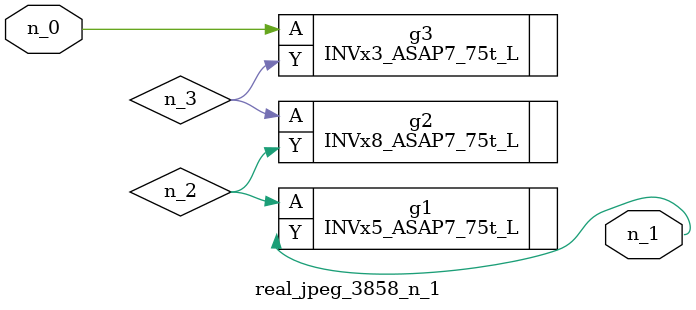
<source format=v>
module real_jpeg_3858_n_1 (n_0, n_1);

input n_0;

output n_1;

wire n_3;
wire n_2;

INVx3_ASAP7_75t_L g3 ( 
.A(n_0),
.Y(n_3)
);

INVx5_ASAP7_75t_L g1 ( 
.A(n_2),
.Y(n_1)
);

INVx8_ASAP7_75t_L g2 ( 
.A(n_3),
.Y(n_2)
);


endmodule
</source>
